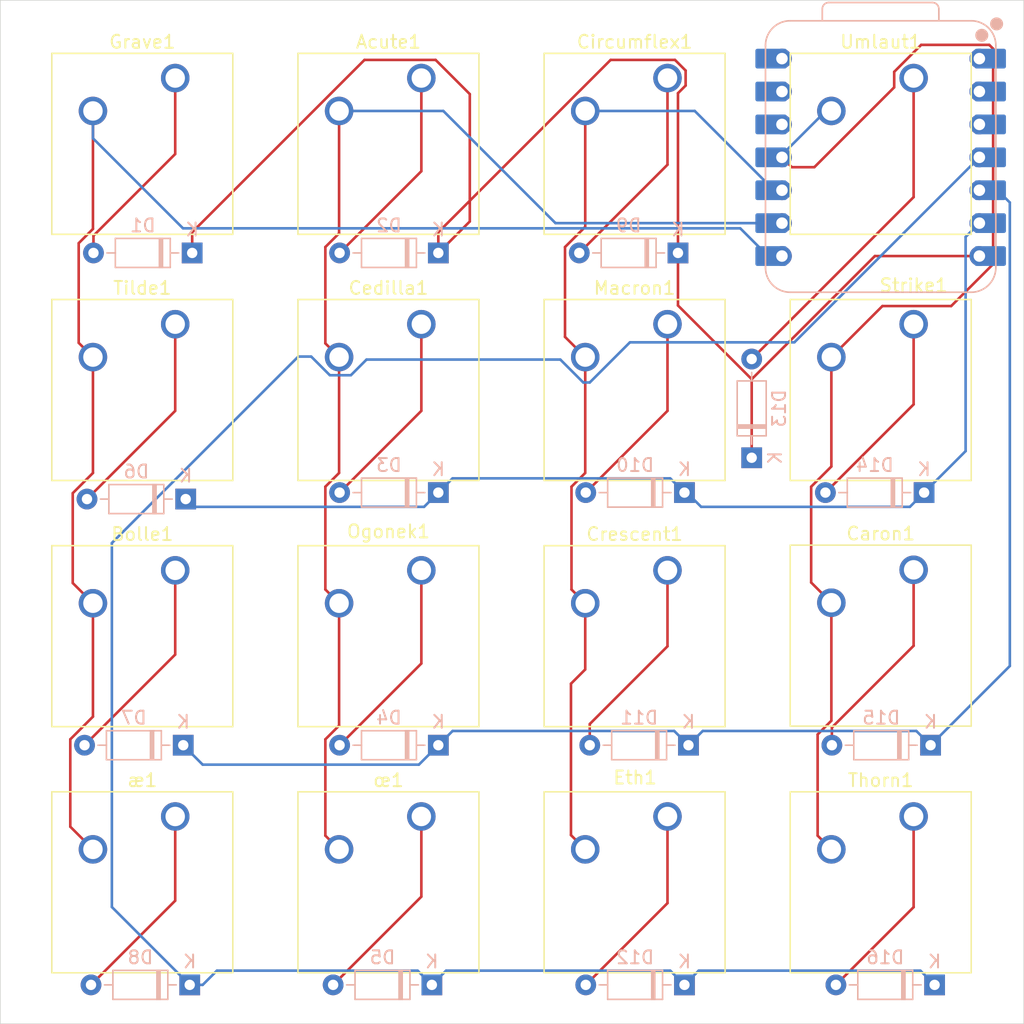
<source format=kicad_pcb>
(kicad_pcb (version 20240108) (generator "pcbnew") (generator_version "8.0")
  (layers (0 "F.Cu" signal) (31 "B.Cu" signal) (34 "B.Paste" user) (35 "F.Paste" user) (36 "B.SilkS" user "B.Silkscreen") (37 "F.SilkS" user "F.Silkscreen") (38 "B.Mask" user) (39 "F.Mask" user) (44 "Edge.Cuts" user))
  (net 0 "")
  (net 1 "Net-(D2-A)")
  (net 2 "Net-(U1-GPIO2_D8_SCK)")
  (net 3 "Net-(D7-A)")
  (net 4 "Net-(U1-GPIO1_D7_CSn_RX)")
  (net 5 "Net-(U1-GPIO3_D10_MOSI)")
  (net 6 "Net-(D15-A)")
  (net 7 "Net-(D3-A)")
  (net 8 "Net-(D9-A)")
  (net 9 "Net-(U1-GPIO4_D9_MISO)")
  (net 10 "Net-(D11-A)")
  (net 11 "Net-(D1-K)")
  (net 12 "Net-(D1-A)")
  (net 13 "Net-(D10-K)")
  (net 14 "Net-(D4-A)")
  (net 15 "Net-(D11-K)")
  (net 16 "Net-(D5-A)")
  (net 17 "Net-(D12-K)")
  (net 18 "Net-(D6-A)")
  (net 19 "Net-(D8-A)")
  (net 20 "Net-(D10-A)")
  (net 21 "Net-(D12-A)")
  (net 22 "Net-(D13-A)")
  (net 23 "Net-(D14-A)")
  (net 24 "Net-(D16-A)")
  (net 28 "GND")
  (footprint "Button_Switch_Keyboard:SW_Cherry_MX_1.00u_PCB" (layer "F.Cu") (at 79.5 57.5)
    (property "Reference" "Macron1" (at -2.54 -2.794 0) (layer "F.SilkS"))
    (property "Value" "SW_Push")
    (pad "" np_thru_hole circle (at -7.62 5.08) (size 1.7 1.7) (drill 1.7) (layers "*.Cu" "*.Mask"))
    (pad "" np_thru_hole circle (at -2.54 5.08) (size 4 4) (drill 4) (layers "*.Cu" "*.Mask"))
    (pad "" np_thru_hole circle (at 2.54 5.08) (size 1.7 1.7) (drill 1.7) (layers "*.Cu" "*.Mask"))
    (pad "1" thru_hole circle (at 0 0) (size 2.2 2.2) (drill 1.5) (layers "*.Cu" "*.Mask") (net 20 "Net-(D10-A)"))
    (pad "2" thru_hole circle (at -6.35 2.54) (size 2.2 2.2) (drill 1.5) (layers "*.Cu" "*.Mask") (net 9 "Net-(U1-GPIO4_D9_MISO)"))
  )
  (footprint "Button_Switch_Keyboard:SW_Cherry_MX_1.00u_PCB" (layer "F.Cu") (at 98.5 95.5)
    (property "Reference" "Thorn1" (at -2.54 -2.794 0) (layer "F.SilkS"))
    (property "Value" "SW_Push")
    (pad "" np_thru_hole circle (at -7.62 5.08) (size 1.7 1.7) (drill 1.7) (layers "*.Cu" "*.Mask"))
    (pad "" np_thru_hole circle (at -2.54 5.08) (size 4 4) (drill 4) (layers "*.Cu" "*.Mask"))
    (pad "" np_thru_hole circle (at 2.54 5.08) (size 1.7 1.7) (drill 1.7) (layers "*.Cu" "*.Mask"))
    (pad "1" thru_hole circle (at 0 0) (size 2.2 2.2) (drill 1.5) (layers "*.Cu" "*.Mask") (net 24 "Net-(D16-A)"))
    (pad "2" thru_hole circle (at -6.35 2.54) (size 2.2 2.2) (drill 1.5) (layers "*.Cu" "*.Mask") (net 5 "Net-(U1-GPIO3_D10_MOSI)"))
  )
  (footprint "Button_Switch_Keyboard:SW_Cherry_MX_1.00u_PCB" (layer "F.Cu") (at 41.5 57.5)
    (property "Reference" "Tilde1" (at -2.54 -2.794 0) (layer "F.SilkS"))
    (property "Value" "SW_Push")
    (pad "" np_thru_hole circle (at -7.62 5.08) (size 1.7 1.7) (drill 1.7) (layers "*.Cu" "*.Mask"))
    (pad "" np_thru_hole circle (at -2.54 5.08) (size 4 4) (drill 4) (layers "*.Cu" "*.Mask"))
    (pad "" np_thru_hole circle (at 2.54 5.08) (size 1.7 1.7) (drill 1.7) (layers "*.Cu" "*.Mask"))
    (pad "1" thru_hole circle (at 0 0) (size 2.2 2.2) (drill 1.5) (layers "*.Cu" "*.Mask") (net 18 "Net-(D6-A)"))
    (pad "2" thru_hole circle (at -6.35 2.54) (size 2.2 2.2) (drill 1.5) (layers "*.Cu" "*.Mask") (net 4 "Net-(U1-GPIO1_D7_CSn_RX)"))
  )
  (footprint "Button_Switch_Keyboard:SW_Cherry_MX_1.00u_PCB" (layer "F.Cu") (at 79.5 38.5)
    (property "Reference" "Circumflex1" (at -2.54 -2.794 0) (layer "F.SilkS"))
    (property "Value" "SW_Push")
    (pad "" np_thru_hole circle (at -7.62 5.08) (size 1.7 1.7) (drill 1.7) (layers "*.Cu" "*.Mask"))
    (pad "" np_thru_hole circle (at -2.54 5.08) (size 4 4) (drill 4) (layers "*.Cu" "*.Mask"))
    (pad "" np_thru_hole circle (at 2.54 5.08) (size 1.7 1.7) (drill 1.7) (layers "*.Cu" "*.Mask"))
    (pad "1" thru_hole circle (at 0 0) (size 2.2 2.2) (drill 1.5) (layers "*.Cu" "*.Mask") (net 8 "Net-(D9-A)"))
    (pad "2" thru_hole circle (at -6.35 2.54) (size 2.2 2.2) (drill 1.5) (layers "*.Cu" "*.Mask") (net 9 "Net-(U1-GPIO4_D9_MISO)"))
  )
  (footprint "Button_Switch_Keyboard:SW_Cherry_MX_1.00u_PCB" (layer "F.Cu") (at 60.5 38.5)
    (property "Reference" "Acute1" (at -2.54 -2.794 0) (layer "F.SilkS"))
    (property "Value" "SW_Push")
    (pad "" np_thru_hole circle (at -7.62 5.08) (size 1.7 1.7) (drill 1.7) (layers "*.Cu" "*.Mask"))
    (pad "" np_thru_hole circle (at -2.54 5.08) (size 4 4) (drill 4) (layers "*.Cu" "*.Mask"))
    (pad "" np_thru_hole circle (at 2.54 5.08) (size 1.7 1.7) (drill 1.7) (layers "*.Cu" "*.Mask"))
    (pad "1" thru_hole circle (at 0 0) (size 2.2 2.2) (drill 1.5) (layers "*.Cu" "*.Mask") (net 1 "Net-(D2-A)"))
    (pad "2" thru_hole circle (at -6.35 2.54) (size 2.2 2.2) (drill 1.5) (layers "*.Cu" "*.Mask") (net 2 "Net-(U1-GPIO2_D8_SCK)"))
  )
  (footprint "Button_Switch_Keyboard:SW_Cherry_MX_1.00u_PCB" (layer "F.Cu") (at 60.5 76.5)
    (property "Reference" "Ogonek1" (at -2.54 -3 0) (layer "F.SilkS"))
    (property "Value" "SW_Push")
    (pad "" np_thru_hole circle (at -7.62 5.08) (size 1.7 1.7) (drill 1.7) (layers "*.Cu" "*.Mask"))
    (pad "" np_thru_hole circle (at -2.54 5.08) (size 4 4) (drill 4) (layers "*.Cu" "*.Mask"))
    (pad "" np_thru_hole circle (at 2.54 5.08) (size 1.7 1.7) (drill 1.7) (layers "*.Cu" "*.Mask"))
    (pad "1" thru_hole circle (at 0 0) (size 2.2 2.2) (drill 1.5) (layers "*.Cu" "*.Mask") (net 14 "Net-(D4-A)"))
    (pad "2" thru_hole circle (at -6.35 2.54) (size 2.2 2.2) (drill 1.5) (layers "*.Cu" "*.Mask") (net 2 "Net-(U1-GPIO2_D8_SCK)"))
  )
  (footprint "Button_Switch_Keyboard:SW_Cherry_MX_1.00u_PCB" (layer "F.Cu") (at 98.5 57.5)
    (property "Reference" "Strike1" (at 0 -3 180) (layer "F.SilkS"))
    (property "Value" "SW_Push")
    (pad "" np_thru_hole circle (at -7.62 5.08) (size 1.7 1.7) (drill 1.7) (layers "*.Cu" "*.Mask"))
    (pad "" np_thru_hole circle (at -2.54 5.08) (size 4 4) (drill 4) (layers "*.Cu" "*.Mask"))
    (pad "" np_thru_hole circle (at 2.54 5.08) (size 1.7 1.7) (drill 1.7) (layers "*.Cu" "*.Mask"))
    (pad "1" thru_hole circle (at 0 0) (size 2.2 2.2) (drill 1.5) (layers "*.Cu" "*.Mask") (net 23 "Net-(D14-A)"))
    (pad "2" thru_hole circle (at -6.35 2.54) (size 2.2 2.2) (drill 1.5) (layers "*.Cu" "*.Mask") (net 5 "Net-(U1-GPIO3_D10_MOSI)"))
  )
  (footprint "Button_Switch_Keyboard:SW_Cherry_MX_1.00u_PCB" (layer "F.Cu") (at 41.5 38.5)
    (property "Reference" "Grave1" (at -2.54 -2.794 0) (layer "F.SilkS"))
    (property "Value" "SW_Push")
    (pad "" np_thru_hole circle (at -7.62 5.08) (size 1.7 1.7) (drill 1.7) (layers "*.Cu" "*.Mask"))
    (pad "" np_thru_hole circle (at -2.54 5.08) (size 4 4) (drill 4) (layers "*.Cu" "*.Mask"))
    (pad "" np_thru_hole circle (at 2.54 5.08) (size 1.7 1.7) (drill 1.7) (layers "*.Cu" "*.Mask"))
    (pad "1" thru_hole circle (at 0 0) (size 2.2 2.2) (drill 1.5) (layers "*.Cu" "*.Mask") (net 12 "Net-(D1-A)"))
    (pad "2" thru_hole circle (at -6.35 2.54) (size 2.2 2.2) (drill 1.5) (layers "*.Cu" "*.Mask") (net 4 "Net-(U1-GPIO1_D7_CSn_RX)"))
  )
  (footprint "Button_Switch_Keyboard:SW_Cherry_MX_1.00u_PCB" (layer "F.Cu") (at 79.5 76.5)
    (property "Reference" "Crescent1" (at -2.54 -2.794 0) (layer "F.SilkS"))
    (property "Value" "SW_Push")
    (pad "" np_thru_hole circle (at -7.62 5.08) (size 1.7 1.7) (drill 1.7) (layers "*.Cu" "*.Mask"))
    (pad "" np_thru_hole circle (at -2.54 5.08) (size 4 4) (drill 4) (layers "*.Cu" "*.Mask"))
    (pad "" np_thru_hole circle (at 2.54 5.08) (size 1.7 1.7) (drill 1.7) (layers "*.Cu" "*.Mask"))
    (pad "1" thru_hole circle (at 0 0) (size 2.2 2.2) (drill 1.5) (layers "*.Cu" "*.Mask") (net 10 "Net-(D11-A)"))
    (pad "2" thru_hole circle (at -6.35 2.54) (size 2.2 2.2) (drill 1.5) (layers "*.Cu" "*.Mask") (net 9 "Net-(U1-GPIO4_D9_MISO)"))
  )
  (footprint "Button_Switch_Keyboard:SW_Cherry_MX_1.00u_PCB" (layer "F.Cu") (at 41.5 76.5)
    (property "Reference" "Bolle1" (at -2.54 -2.794 0) (layer "F.SilkS"))
    (property "Value" "SW_Push")
    (pad "" np_thru_hole circle (at -7.62 5.08) (size 1.7 1.7) (drill 1.7) (layers "*.Cu" "*.Mask"))
    (pad "" np_thru_hole circle (at -2.54 5.08) (size 4 4) (drill 4) (layers "*.Cu" "*.Mask"))
    (pad "" np_thru_hole circle (at 2.54 5.08) (size 1.7 1.7) (drill 1.7) (layers "*.Cu" "*.Mask"))
    (pad "1" thru_hole circle (at 0 0) (size 2.2 2.2) (drill 1.5) (layers "*.Cu" "*.Mask") (net 3 "Net-(D7-A)"))
    (pad "2" thru_hole circle (at -6.35 2.54) (size 2.2 2.2) (drill 1.5) (layers "*.Cu" "*.Mask") (net 4 "Net-(U1-GPIO1_D7_CSn_RX)"))
  )
  (footprint "Button_Switch_Keyboard:SW_Cherry_MX_1.00u_PCB" (layer "F.Cu") (at 98.5 38.5)
    (property "Reference" "Umlaut1" (at -2.54 -2.794 0) (layer "F.SilkS"))
    (property "Value" "SW_Push")
    (pad "" np_thru_hole circle (at -7.62 5.08) (size 1.7 1.7) (drill 1.7) (layers "*.Cu" "*.Mask"))
    (pad "" np_thru_hole circle (at -2.54 5.08) (size 4 4) (drill 4) (layers "*.Cu" "*.Mask"))
    (pad "" np_thru_hole circle (at 2.54 5.08) (size 1.7 1.7) (drill 1.7) (layers "*.Cu" "*.Mask"))
    (pad "1" thru_hole circle (at 0 0) (size 2.2 2.2) (drill 1.5) (layers "*.Cu" "*.Mask") (net 22 "Net-(D13-A)"))
    (pad "2" thru_hole circle (at -6.35 2.54) (size 2.2 2.2) (drill 1.5) (layers "*.Cu" "*.Mask") (net 5 "Net-(U1-GPIO3_D10_MOSI)"))
  )
  (footprint "Button_Switch_Keyboard:SW_Cherry_MX_1.00u_PCB" (layer "F.Cu") (at 98.5 76.46)
    (property "Reference" "Caron1" (at -2.54 -2.794 0) (layer "F.SilkS"))
    (property "Value" "SW_Push")
    (pad "" np_thru_hole circle (at -7.62 5.08) (size 1.7 1.7) (drill 1.7) (layers "*.Cu" "*.Mask"))
    (pad "" np_thru_hole circle (at -2.54 5.08) (size 4 4) (drill 4) (layers "*.Cu" "*.Mask"))
    (pad "" np_thru_hole circle (at 2.54 5.08) (size 1.7 1.7) (drill 1.7) (layers "*.Cu" "*.Mask"))
    (pad "1" thru_hole circle (at 0 0) (size 2.2 2.2) (drill 1.5) (layers "*.Cu" "*.Mask") (net 6 "Net-(D15-A)"))
    (pad "2" thru_hole circle (at -6.35 2.54) (size 2.2 2.2) (drill 1.5) (layers "*.Cu" "*.Mask") (net 5 "Net-(U1-GPIO3_D10_MOSI)"))
  )
  (footprint "Button_Switch_Keyboard:SW_Cherry_MX_1.00u_PCB" (layer "F.Cu") (at 60.5 57.5)
    (property "Reference" "Cedilla1" (at -2.54 -2.794 0) (layer "F.SilkS"))
    (property "Value" "SW_Push")
    (pad "" np_thru_hole circle (at -7.62 5.08) (size 1.7 1.7) (drill 1.7) (layers "*.Cu" "*.Mask"))
    (pad "" np_thru_hole circle (at -2.54 5.08) (size 4 4) (drill 4) (layers "*.Cu" "*.Mask"))
    (pad "" np_thru_hole circle (at 2.54 5.08) (size 1.7 1.7) (drill 1.7) (layers "*.Cu" "*.Mask"))
    (pad "1" thru_hole circle (at 0 0) (size 2.2 2.2) (drill 1.5) (layers "*.Cu" "*.Mask") (net 7 "Net-(D3-A)"))
    (pad "2" thru_hole circle (at -6.35 2.54) (size 2.2 2.2) (drill 1.5) (layers "*.Cu" "*.Mask") (net 2 "Net-(U1-GPIO2_D8_SCK)"))
  )
  (footprint "Button_Switch_Keyboard:SW_Cherry_MX_1.00u_PCB" (layer "F.Cu") (at 60.5 95.5)
    (property "Reference" "œ1" (at -2.54 -2.794 0) (layer "F.SilkS"))
    (property "Value" "SW_Push")
    (pad "" np_thru_hole circle (at -7.62 5.08) (size 1.7 1.7) (drill 1.7) (layers "*.Cu" "*.Mask"))
    (pad "" np_thru_hole circle (at -2.54 5.08) (size 4 4) (drill 4) (layers "*.Cu" "*.Mask"))
    (pad "" np_thru_hole circle (at 2.54 5.08) (size 1.7 1.7) (drill 1.7) (layers "*.Cu" "*.Mask"))
    (pad "1" thru_hole circle (at 0 0) (size 2.2 2.2) (drill 1.5) (layers "*.Cu" "*.Mask") (net 16 "Net-(D5-A)"))
    (pad "2" thru_hole circle (at -6.35 2.54) (size 2.2 2.2) (drill 1.5) (layers "*.Cu" "*.Mask") (net 2 "Net-(U1-GPIO2_D8_SCK)"))
  )
  (footprint "Button_Switch_Keyboard:SW_Cherry_MX_1.00u_PCB" (layer "F.Cu") (at 41.5 95.5)
    (property "Reference" "æ1" (at -2.54 -2.794 0) (layer "F.SilkS"))
    (property "Value" "SW_Push")
    (pad "" np_thru_hole circle (at -7.62 5.08) (size 1.7 1.7) (drill 1.7) (layers "*.Cu" "*.Mask"))
    (pad "" np_thru_hole circle (at -2.54 5.08) (size 4 4) (drill 4) (layers "*.Cu" "*.Mask"))
    (pad "" np_thru_hole circle (at 2.54 5.08) (size 1.7 1.7) (drill 1.7) (layers "*.Cu" "*.Mask"))
    (pad "1" thru_hole circle (at 0 0) (size 2.2 2.2) (drill 1.5) (layers "*.Cu" "*.Mask") (net 19 "Net-(D8-A)"))
    (pad "2" thru_hole circle (at -6.35 2.54) (size 2.2 2.2) (drill 1.5) (layers "*.Cu" "*.Mask") (net 4 "Net-(U1-GPIO1_D7_CSn_RX)"))
  )
  (footprint "Button_Switch_Keyboard:SW_Cherry_MX_1.00u_PCB" (layer "F.Cu") (at 79.5 95.5)
    (property "Reference" "Eth1" (at -2.5 -3 0) (layer "F.SilkS"))
    (property "Value" "SW_Push")
    (pad "" np_thru_hole circle (at -7.62 5.08) (size 1.7 1.7) (drill 1.7) (layers "*.Cu" "*.Mask"))
    (pad "" np_thru_hole circle (at -2.54 5.08) (size 4 4) (drill 4) (layers "*.Cu" "*.Mask"))
    (pad "" np_thru_hole circle (at 2.54 5.08) (size 1.7 1.7) (drill 1.7) (layers "*.Cu" "*.Mask"))
    (pad "1" thru_hole circle (at 0 0) (size 2.2 2.2) (drill 1.5) (layers "*.Cu" "*.Mask") (net 21 "Net-(D12-A)"))
    (pad "2" thru_hole circle (at -6.35 2.54) (size 2.2 2.2) (drill 1.5) (layers "*.Cu" "*.Mask") (net 9 "Net-(U1-GPIO4_D9_MISO)"))
  )
  (footprint "Diode_THT:D_DO-35_SOD27_P7.62mm_Horizontal" (layer "B.Cu") (at 61.31 108.5 180)
    (property "Reference" "D5" (at 3.81 2.12 0) (layer "B.SilkS") (effects (justify mirror)))
    (property "Value" "1N4148")
    (fp_text user "K" (at 0 1.8 0) (layer "B.SilkS") (effects (justify mirror)))
    (pad "1" thru_hole rect (at 0 0 180) (size 1.6 1.6) (drill 0.8) (layers "*.Cu" "*.Mask") (net 17 "Net-(D12-K)"))
    (pad "2" thru_hole oval (at 7.62 0 180) (size 1.6 1.6) (drill 0.8) (layers "*.Cu" "*.Mask") (net 16 "Net-(D5-A)"))
  )
  (footprint "Diode_THT:D_DO-35_SOD27_P7.62mm_Horizontal" (layer "B.Cu") (at 42.81 52 180)
    (property "Reference" "D1" (at 3.81 2.12 0) (layer "B.SilkS") (effects (justify mirror)))
    (property "Value" "1N4148")
    (fp_text user "K" (at 0 1.8 0) (layer "B.SilkS") (effects (justify mirror)))
    (pad "1" thru_hole rect (at 0 0 180) (size 1.6 1.6) (drill 0.8) (layers "*.Cu" "*.Mask") (net 11 "Net-(D1-K)"))
    (pad "2" thru_hole oval (at 7.62 0 180) (size 1.6 1.6) (drill 0.8) (layers "*.Cu" "*.Mask") (net 12 "Net-(D1-A)"))
  )
  (footprint "Diode_THT:D_DO-35_SOD27_P7.62mm_Horizontal" (layer "B.Cu") (at 99.81 90 180)
    (property "Reference" "D15" (at 3.81 2.12 0) (layer "B.SilkS") (effects (justify mirror)))
    (property "Value" "1N4148")
    (fp_text user "K" (at 0 1.8 0) (layer "B.SilkS") (effects (justify mirror)))
    (pad "1" thru_hole rect (at 0 0 180) (size 1.6 1.6) (drill 0.8) (layers "*.Cu" "*.Mask") (net 15 "Net-(D11-K)"))
    (pad "2" thru_hole oval (at 7.62 0 180) (size 1.6 1.6) (drill 0.8) (layers "*.Cu" "*.Mask") (net 6 "Net-(D15-A)"))
  )
  (footprint "Diode_THT:D_DO-35_SOD27_P7.62mm_Horizontal" (layer "B.Cu") (at 86 67.81 90)
    (property "Reference" "D13" (at 3.81 2.12 90) (layer "B.SilkS") (effects (justify mirror)))
    (property "Value" "1N4148")
    (fp_text user "K" (at 0 1.8 90) (layer "B.SilkS") (effects (justify mirror)))
    (pad "1" thru_hole rect (at 0 0 90) (size 1.6 1.6) (drill 0.8) (layers "*.Cu" "*.Mask") (net 11 "Net-(D1-K)"))
    (pad "2" thru_hole oval (at 7.62 0 90) (size 1.6 1.6) (drill 0.8) (layers "*.Cu" "*.Mask") (net 22 "Net-(D13-A)"))
  )
  (footprint "Seeed Studio XIAO Series Library:XIAO-RP2040-DIP" (layer "B.Cu") (at 95.955 44.62 180)
    (property "Reference" "U1" (hide yes))
    (property "Value" "XIAO-RP2040-SMD")
    (pad "1" smd roundrect (at -8.455 7.62) (size 2.432 1.524) (layers "B.Cu" "B.Mask") (roundrect_rratio 0.1))
    (pad "1" thru_hole circle (at -7.62 7.62) (size 1.524 1.524) (drill 0.889) (layers "*.Cu" "*.Mask"))
    (pad "2" smd roundrect (at -8.455 5.08) (size 2.432 1.524) (layers "B.Cu" "B.Mask") (roundrect_rratio 0.1))
    (pad "2" thru_hole circle (at -7.62 5.08) (size 1.524 1.524) (drill 0.889) (layers "*.Cu" "*.Mask"))
    (pad "3" smd roundrect (at -8.455 2.54) (size 2.432 1.524) (layers "B.Cu" "B.Mask") (roundrect_rratio 0.1))
    (pad "3" thru_hole circle (at -7.62 2.54) (size 1.524 1.524) (drill 0.889) (layers "*.Cu" "*.Mask"))
    (pad "4" smd roundrect (at -8.455 0) (size 2.432 1.524) (layers "B.Cu" "B.Mask") (roundrect_rratio 0.1) (net 17 "Net-(D12-K)"))
    (pad "4" thru_hole circle (at -7.62 0) (size 1.524 1.524) (drill 0.889) (layers "*.Cu" "*.Mask") (net 17 "Net-(D12-K)"))
    (pad "5" smd roundrect (at -8.455 -2.54) (size 2.432 1.524) (layers "B.Cu" "B.Mask") (roundrect_rratio 0.1) (net 15 "Net-(D11-K)"))
    (pad "5" thru_hole circle (at -7.62 -2.54) (size 1.524 1.524) (drill 0.889) (layers "*.Cu" "*.Mask") (net 15 "Net-(D11-K)"))
    (pad "6" smd roundrect (at -8.455 -5.08) (size 2.432 1.524) (layers "B.Cu" "B.Mask") (roundrect_rratio 0.1) (net 13 "Net-(D10-K)"))
    (pad "6" thru_hole circle (at -7.62 -5.08) (size 1.524 1.524) (drill 0.889) (layers "*.Cu" "*.Mask") (net 13 "Net-(D10-K)"))
    (pad "7" smd roundrect (at -8.455 -7.62) (size 2.432 1.524) (layers "B.Cu" "B.Mask") (roundrect_rratio 0.1) (net 11 "Net-(D1-K)"))
    (pad "7" thru_hole circle (at -7.62 -7.62) (size 1.524 1.524) (drill 0.889) (layers "*.Cu" "*.Mask") (net 11 "Net-(D1-K)"))
    (pad "8" thru_hole circle (at 7.62 -7.62 180) (size 1.524 1.524) (drill 0.889) (layers "*.Cu" "*.Mask") (net 4 "Net-(U1-GPIO1_D7_CSn_RX)"))
    (pad "8" smd roundrect (at 8.455 -7.62 180) (size 2.432 1.524) (layers "B.Cu" "B.Mask") (roundrect_rratio 0.1) (net 4 "Net-(U1-GPIO1_D7_CSn_RX)"))
    (pad "9" thru_hole circle (at 7.62 -5.08 180) (size 1.524 1.524) (drill 0.889) (layers "*.Cu" "*.Mask") (net 2 "Net-(U1-GPIO2_D8_SCK)"))
    (pad "9" smd roundrect (at 8.455 -5.08 180) (size 2.432 1.524) (layers "B.Cu" "B.Mask") (roundrect_rratio 0.1) (net 2 "Net-(U1-GPIO2_D8_SCK)"))
    (pad "10" thru_hole circle (at 7.62 -2.54 180) (size 1.524 1.524) (drill 0.889) (layers "*.Cu" "*.Mask") (net 9 "Net-(U1-GPIO4_D9_MISO)"))
    (pad "10" smd roundrect (at 8.455 -2.54 180) (size 2.432 1.524) (layers "B.Cu" "B.Mask") (roundrect_rratio 0.1) (net 9 "Net-(U1-GPIO4_D9_MISO)"))
    (pad "11" thru_hole circle (at 7.62 0 180) (size 1.524 1.524) (drill 0.889) (layers "*.Cu" "*.Mask") (net 5 "Net-(U1-GPIO3_D10_MOSI)"))
    (pad "11" smd roundrect (at 8.455 0 180) (size 2.432 1.524) (layers "B.Cu" "B.Mask") (roundrect_rratio 0.1) (net 5 "Net-(U1-GPIO3_D10_MOSI)"))
    (pad "12" thru_hole circle (at 7.62 2.54 180) (size 1.524 1.524) (drill 0.889) (layers "*.Cu" "*.Mask"))
    (pad "12" smd roundrect (at 8.455 2.54 180) (size 2.432 1.524) (layers "B.Cu" "B.Mask") (roundrect_rratio 0.1))
    (pad "13" thru_hole circle (at 7.62 5.08 180) (size 1.524 1.524) (drill 0.889) (layers "*.Cu" "*.Mask") (net 28 "GND"))
    (pad "13" smd roundrect (at 8.455 5.08 180) (size 2.432 1.524) (layers "B.Cu" "B.Mask") (roundrect_rratio 0.1) (net 28 "GND"))
    (pad "14" thru_hole circle (at 7.62 7.62 180) (size 1.524 1.524) (drill 0.889) (layers "*.Cu" "*.Mask"))
    (pad "14" smd roundrect (at 8.455 7.62 180) (size 2.432 1.524) (layers "B.Cu" "B.Mask") (roundrect_rratio 0.1))
  )
  (footprint "Diode_THT:D_DO-35_SOD27_P7.62mm_Horizontal" (layer "B.Cu") (at 80.81 70.5 180)
    (property "Reference" "D10" (at 3.81 2.12 0) (layer "B.SilkS") (effects (justify mirror)))
    (property "Value" "1N4148")
    (fp_text user "K" (at 0 1.8 0) (layer "B.SilkS") (effects (justify mirror)))
    (pad "1" thru_hole rect (at 0 0 180) (size 1.6 1.6) (drill 0.8) (layers "*.Cu" "*.Mask") (net 13 "Net-(D10-K)"))
    (pad "2" thru_hole oval (at 7.62 0 180) (size 1.6 1.6) (drill 0.8) (layers "*.Cu" "*.Mask") (net 20 "Net-(D10-A)"))
  )
  (footprint "Diode_THT:D_DO-35_SOD27_P7.62mm_Horizontal" (layer "B.Cu") (at 61.81 90 180)
    (property "Reference" "D4" (at 3.81 2.12 0) (layer "B.SilkS") (effects (justify mirror)))
    (property "Value" "1N4148")
    (fp_text user "K" (at 0 1.8 0) (layer "B.SilkS") (effects (justify mirror)))
    (pad "1" thru_hole rect (at 0 0 180) (size 1.6 1.6) (drill 0.8) (layers "*.Cu" "*.Mask") (net 15 "Net-(D11-K)"))
    (pad "2" thru_hole oval (at 7.62 0 180) (size 1.6 1.6) (drill 0.8) (layers "*.Cu" "*.Mask") (net 14 "Net-(D4-A)"))
  )
  (footprint "Diode_THT:D_DO-35_SOD27_P7.62mm_Horizontal" (layer "B.Cu") (at 99.31 70.5 180)
    (property "Reference" "D14" (at 3.81 2.12 0) (layer "B.SilkS") (effects (justify mirror)))
    (property "Value" "1N4148")
    (fp_text user "K" (at -0.000004 1.8 0) (layer "B.SilkS") (effects (justify mirror)))
    (pad "1" thru_hole rect (at 0 0 180) (size 1.6 1.6) (drill 0.8) (layers "*.Cu" "*.Mask") (net 13 "Net-(D10-K)"))
    (pad "2" thru_hole oval (at 7.62 0 180) (size 1.6 1.6) (drill 0.8) (layers "*.Cu" "*.Mask") (net 23 "Net-(D14-A)"))
  )
  (footprint "Diode_THT:D_DO-35_SOD27_P7.62mm_Horizontal" (layer "B.Cu") (at 61.81 52 180)
    (property "Reference" "D2" (at 3.81 2.12 0) (layer "B.SilkS") (effects (justify mirror)))
    (property "Value" "1N4148")
    (fp_text user "K" (at 0 1.8 0) (layer "B.SilkS") (effects (justify mirror)))
    (pad "1" thru_hole rect (at 0 0 180) (size 1.6 1.6) (drill 0.8) (layers "*.Cu" "*.Mask") (net 11 "Net-(D1-K)"))
    (pad "2" thru_hole oval (at 7.62 0 180) (size 1.6 1.6) (drill 0.8) (layers "*.Cu" "*.Mask") (net 1 "Net-(D2-A)"))
  )
  (footprint "Diode_THT:D_DO-35_SOD27_P7.62mm_Horizontal" (layer "B.Cu") (at 100.12 108.5 180)
    (property "Reference" "D16" (at 3.81 2.12 0) (layer "B.SilkS") (effects (justify mirror)))
    (property "Value" "1N4148")
    (fp_text user "K" (at 0 1.8 0) (layer "B.SilkS") (effects (justify mirror)))
    (pad "1" thru_hole rect (at 0 0 180) (size 1.6 1.6) (drill 0.8) (layers "*.Cu" "*.Mask") (net 17 "Net-(D12-K)"))
    (pad "2" thru_hole oval (at 7.62 0 180) (size 1.6 1.6) (drill 0.8) (layers "*.Cu" "*.Mask") (net 24 "Net-(D16-A)"))
  )
  (footprint "Diode_THT:D_DO-35_SOD27_P7.62mm_Horizontal" (layer "B.Cu") (at 42.31 71 180)
    (property "Reference" "D6" (at 3.81 2.12 0) (layer "B.SilkS") (effects (justify mirror)))
    (property "Value" "1N4148")
    (fp_text user "K" (at 0 1.8 0) (layer "B.SilkS") (effects (justify mirror)))
    (pad "1" thru_hole rect (at 0 0 180) (size 1.6 1.6) (drill 0.8) (layers "*.Cu" "*.Mask") (net 13 "Net-(D10-K)"))
    (pad "2" thru_hole oval (at 7.62 0 180) (size 1.6 1.6) (drill 0.8) (layers "*.Cu" "*.Mask") (net 18 "Net-(D6-A)"))
  )
  (footprint "Diode_THT:D_DO-35_SOD27_P7.62mm_Horizontal" (layer "B.Cu") (at 80.31 52 180)
    (property "Reference" "D9" (at 3.81 2.12 0) (layer "B.SilkS") (effects (justify mirror)))
    (property "Value" "1N4148")
    (fp_text user "K" (at 0 1.8 0) (layer "B.SilkS") (effects (justify mirror)))
    (pad "1" thru_hole rect (at 0 0 180) (size 1.6 1.6) (drill 0.8) (layers "*.Cu" "*.Mask") (net 11 "Net-(D1-K)"))
    (pad "2" thru_hole oval (at 7.62 0 180) (size 1.6 1.6) (drill 0.8) (layers "*.Cu" "*.Mask") (net 8 "Net-(D9-A)"))
  )
  (footprint "Diode_THT:D_DO-35_SOD27_P7.62mm_Horizontal" (layer "B.Cu") (at 61.81 70.5 180)
    (property "Reference" "D3" (at 3.81 2.12 0) (layer "B.SilkS") (effects (justify mirror)))
    (property "Value" "1N4148")
    (fp_text user "K" (at 0 1.8 0) (layer "B.SilkS") (effects (justify mirror)))
    (pad "1" thru_hole rect (at 0 0 180) (size 1.6 1.6) (drill 0.8) (layers "*.Cu" "*.Mask") (net 13 "Net-(D10-K)"))
    (pad "2" thru_hole oval (at 7.62 0 180) (size 1.6 1.6) (drill 0.8) (layers "*.Cu" "*.Mask") (net 7 "Net-(D3-A)"))
  )
  (footprint "Diode_THT:D_DO-35_SOD27_P7.62mm_Horizontal" (layer "B.Cu") (at 42.12 90 180)
    (property "Reference" "D7" (at 3.81 2.12 0) (layer "B.SilkS") (effects (justify mirror)))
    (property "Value" "1N4148")
    (fp_text user "K" (at 0 1.8 0) (layer "B.SilkS") (effects (justify mirror)))
    (pad "1" thru_hole rect (at 0 0 180) (size 1.6 1.6) (drill 0.8) (layers "*.Cu" "*.Mask") (net 15 "Net-(D11-K)"))
    (pad "2" thru_hole oval (at 7.62 0 180) (size 1.6 1.6) (drill 0.8) (layers "*.Cu" "*.Mask") (net 3 "Net-(D7-A)"))
  )
  (footprint "Diode_THT:D_DO-35_SOD27_P7.62mm_Horizontal" (layer "B.Cu") (at 81.12 90 180)
    (property "Reference" "D11" (at 3.81 2.12 0) (layer "B.SilkS") (effects (justify mirror)))
    (property "Value" "1N4148")
    (fp_text user "K" (at 0 1.8 0) (layer "B.SilkS") (effects (justify mirror)))
    (pad "1" thru_hole rect (at 0 0 180) (size 1.6 1.6) (drill 0.8) (layers "*.Cu" "*.Mask") (net 15 "Net-(D11-K)"))
    (pad "2" thru_hole oval (at 7.62 0 180) (size 1.6 1.6) (drill 0.8) (layers "*.Cu" "*.Mask") (net 10 "Net-(D11-A)"))
  )
  (footprint "Diode_THT:D_DO-35_SOD27_P7.62mm_Horizontal" (layer "B.Cu") (at 42.62 108.5 180)
    (property "Reference" "D8" (at 3.81 2.12 0) (layer "B.SilkS") (effects (justify mirror)))
    (property "Value" "1N4148")
    (fp_text user "K" (at 0 1.8 0) (layer "B.SilkS") (effects (justify mirror)))
    (pad "1" thru_hole rect (at 0 0 180) (size 1.6 1.6) (drill 0.8) (layers "*.Cu" "*.Mask") (net 17 "Net-(D12-K)"))
    (pad "2" thru_hole oval (at 7.62 0 180) (size 1.6 1.6) (drill 0.8) (layers "*.Cu" "*.Mask") (net 19 "Net-(D8-A)"))
  )
  (footprint "Diode_THT:D_DO-35_SOD27_P7.62mm_Horizontal" (layer "B.Cu") (at 80.81 108.5 180)
    (property "Reference" "D12" (at 3.81 2.12 0) (layer "B.SilkS") (effects (justify mirror)))
    (property "Value" "1N4148")
    (fp_text user "K" (at 0 1.8 0) (layer "B.SilkS") (effects (justify mirror)))
    (pad "1" thru_hole rect (at 0 0 180) (size 1.6 1.6) (drill 0.8) (layers "*.Cu" "*.Mask") (net 17 "Net-(D12-K)"))
    (pad "2" thru_hole oval (at 7.62 0 180) (size 1.6 1.6) (drill 0.8) (layers "*.Cu" "*.Mask") (net 21 "Net-(D12-A)"))
  )
  (gr_rect (start 28 32.5) (end 107 111.5) (stroke (width 0.05)) (fill none) (layer "Edge.Cuts"))
  (segment (start 60.5 38.5) (end 60.5 45.69) (width 0.2) (layer "F.Cu") (net 1))
  (segment (start 60.5 45.69) (end 54.19 52) (width 0.2) (layer "F.Cu") (net 1))
  (segment (start 53.09 58.98) (end 54.15 60.04) (width 0.2) (layer "F.Cu") (net 2))
  (segment (start 54.15 41.04) (end 54.15 50.484365) (width 0.2) (layer "F.Cu") (net 2))
  (segment (start 53.09 70.044365) (end 53.09 77.98) (width 0.2) (layer "F.Cu") (net 2))
  (segment (start 53.09 51.544365) (end 53.09 58.98) (width 0.2) (layer "F.Cu") (net 2))
  (segment (start 54.15 50.484365) (end 53.09 51.544365) (width 0.2) (layer "F.Cu") (net 2))
  (segment (start 54.15 79.04) (end 54.15 88.484365) (width 0.2) (layer "F.Cu") (net 2))
  (segment (start 53.09 89.544365) (end 53.09 96.98) (width 0.2) (layer "F.Cu") (net 2))
  (segment (start 54.15 68.984365) (end 53.09 70.044365) (width 0.2) (layer "F.Cu") (net 2))
  (segment (start 54.15 88.484365) (end 53.09 89.544365) (width 0.2) (layer "F.Cu") (net 2))
  (segment (start 54.15 60.04) (end 54.15 68.984365) (width 0.2) (layer "F.Cu") (net 2))
  (segment (start 53.09 96.98) (end 54.15 98.04) (width 0.2) (layer "F.Cu") (net 2))
  (segment (start 53.09 77.98) (end 54.15 79.04) (width 0.2) (layer "F.Cu") (net 2))
  (segment (start 70.857056 49.7) (end 62.197056 41.04) (width 0.2) (layer "B.Cu") (net 2))
  (segment (start 62.197056 41.04) (end 54.15 41.04) (width 0.2) (layer "B.Cu") (net 2))
  (segment (start 88.335 49.7) (end 70.857056 49.7) (width 0.2) (layer "B.Cu") (net 2))
  (segment (start 41.5 83) (end 34.5 90) (width 0.2) (layer "F.Cu") (net 3))
  (segment (start 41.5 76.5) (end 41.5 83) (width 0.2) (layer "F.Cu") (net 3))
  (segment (start 35.15 41.04) (end 35.15 50.147716) (width 0.2) (layer "F.Cu") (net 4))
  (segment (start 35.15 60.04) (end 35.15 68.984365) (width 0.2) (layer "F.Cu") (net 4))
  (segment (start 33.59 70.544365) (end 33.59 77.48) (width 0.2) (layer "F.Cu") (net 4))
  (segment (start 35.15 87.794365) (end 33.4 89.544365) (width 0.2) (layer "F.Cu") (net 4))
  (segment (start 34.050001 51.247715) (end 34.050001 58.940001) (width 0.2) (layer "F.Cu") (net 4))
  (segment (start 34.050001 58.940001) (end 35.15 60.04) (width 0.2) (layer "F.Cu") (net 4))
  (segment (start 35.15 79.04) (end 35.15 87.794365) (width 0.2) (layer "F.Cu") (net 4))
  (segment (start 33.59 77.48) (end 35.15 79.04) (width 0.2) (layer "F.Cu") (net 4))
  (segment (start 35.15 68.984365) (end 33.59 70.544365) (width 0.2) (layer "F.Cu") (net 4))
  (segment (start 33.4 96.29) (end 35.15 98.04) (width 0.2) (layer "F.Cu") (net 4))
  (segment (start 35.15 50.147716) (end 34.050001 51.247715) (width 0.2) (layer "F.Cu") (net 4))
  (segment (start 33.4 89.544365) (end 33.4 96.29) (width 0.2) (layer "F.Cu") (net 4))
  (segment (start 85.11737 50.1) (end 42.1 50.1) (width 0.2) (layer "B.Cu") (net 4))
  (segment (start 35.15 43.15) (end 35.15 41.04) (width 0.2) (layer "B.Cu") (net 4))
  (segment (start 42.1 50.1) (end 35.15 43.15) (width 0.2) (layer "B.Cu") (net 4))
  (segment (start 88.335 52.24) (end 87.25737 52.24) (width 0.2) (layer "B.Cu") (net 4))
  (segment (start 87.25737 52.24) (end 85.11737 50.1) (width 0.2) (layer "B.Cu") (net 4))
  (segment (start 92.15 60.04) (end 92.15 68.484365) (width 0.2) (layer "F.Cu") (net 5))
  (segment (start 92.15 68.484365) (end 90.59 70.044365) (width 0.2) (layer "F.Cu") (net 5))
  (segment (start 91.09 89.167716) (end 91.09 96.98) (width 0.2) (layer "F.Cu") (net 5))
  (segment (start 89.096999 45.381999) (end 90.834599 45.381999) (width 0.2) (layer "F.Cu") (net 5))
  (segment (start 96.09 56.1) (end 92.15 60.04) (width 0.2) (layer "F.Cu") (net 5))
  (segment (start 90.59 77.44) (end 92.15 79) (width 0.2) (layer "F.Cu") (net 5))
  (segment (start 92.15 79) (end 92.15 88.107716) (width 0.2) (layer "F.Cu") (net 5))
  (segment (start 99.082101 35.938) (end 104.338 35.938) (width 0.2) (layer "F.Cu") (net 5))
  (segment (start 97 39.216598) (end 97 38.020101) (width 0.2) (layer "F.Cu") (net 5))
  (segment (start 97 38.020101) (end 99.082101 35.938) (width 0.2) (layer "F.Cu") (net 5))
  (segment (start 104.637 52.863) (end 101.4 56.1) (width 0.2) (layer "F.Cu") (net 5))
  (segment (start 90.59 70.044365) (end 90.59 77.44) (width 0.2) (layer "F.Cu") (net 5))
  (segment (start 91.09 96.98) (end 92.15 98.04) (width 0.2) (layer "F.Cu") (net 5))
  (segment (start 104.338 35.938) (end 104.637 36.237) (width 0.2) (layer "F.Cu") (net 5))
  (segment (start 92.15 88.107716) (end 91.09 89.167716) (width 0.2) (layer "F.Cu") (net 5))
  (segment (start 90.834599 45.381999) (end 97 39.216598) (width 0.2) (layer "F.Cu") (net 5))
  (segment (start 104.637 36.237) (end 104.637 52.863) (width 0.2) (layer "F.Cu") (net 5))
  (segment (start 101.4 56.1) (end 96.09 56.1) (width 0.2) (layer "F.Cu") (net 5))
  (segment (start 88.335 44.62) (end 89.096999 45.381999) (width 0.2) (layer "F.Cu") (net 5))
  (segment (start 88.335 44.427944) (end 91.722944 41.04) (width 0.2) (layer "B.Cu") (net 5))
  (segment (start 91.722944 41.04) (end 92.15 41.04) (width 0.2) (layer "B.Cu") (net 5))
  (segment (start 88.335 44.62) (end 88.335 44.427944) (width 0.2) (layer "B.Cu") (net 5))
  (segment (start 92.19 88.633402) (end 92.19 90) (width 0.2) (layer "F.Cu") (net 6))
  (segment (start 98.5 82.323402) (end 92.19 88.633402) (width 0.2) (layer "F.Cu") (net 6))
  (segment (start 98.5 76.46) (end 98.5 82.323402) (width 0.2) (layer "F.Cu") (net 6))
  (segment (start 60.5 64.19) (end 54.19 70.5) (width 0.2) (layer "F.Cu") (net 7))
  (segment (start 60.5 57.5) (end 60.5 64.19) (width 0.2) (layer "F.Cu") (net 7))
  (segment (start 79.5 45.19) (end 72.69 52) (width 0.2) (layer "F.Cu") (net 8))
  (segment (start 79.5 38.5) (end 79.5 45.19) (width 0.2) (layer "F.Cu") (net 8))
  (segment (start 71.59 58.48) (end 73.15 60.04) (width 0.2) (layer "F.Cu") (net 9))
  (segment (start 73.15 79.04) (end 73.15 84.15) (width 0.2) (layer "F.Cu") (net 9))
  (segment (start 72.09 70.044365) (end 72.09 77.98) (width 0.2) (layer "F.Cu") (net 9))
  (segment (start 73.15 68.984365) (end 72.09 70.044365) (width 0.2) (layer "F.Cu") (net 9))
  (segment (start 73.15 84.15) (end 72.050001 85.249999) (width 0.2) (layer "F.Cu") (net 9))
  (segment (start 71.59 51.544365) (end 71.59 58.48) (width 0.2) (layer "F.Cu") (net 9))
  (segment (start 73.15 41.04) (end 73.15 49.984365) (width 0.2) (layer "F.Cu") (net 9))
  (segment (start 73.15 49.984365) (end 71.59 51.544365) (width 0.2) (layer "F.Cu") (net 9))
  (segment (start 72.050001 96.940001) (end 73.15 98.04) (width 0.2) (layer "F.Cu") (net 9))
  (segment (start 72.050001 85.249999) (end 72.050001 96.940001) (width 0.2) (layer "F.Cu") (net 9))
  (segment (start 72.09 77.98) (end 73.15 79.04) (width 0.2) (layer "F.Cu") (net 9))
  (segment (start 73.15 60.04) (end 73.15 68.984365) (width 0.2) (layer "F.Cu") (net 9))
  (segment (start 87.722786 47.16) (end 81.602786 41.04) (width 0.2) (layer "B.Cu") (net 9))
  (segment (start 81.602786 41.04) (end 73.15 41.04) (width 0.2) (layer "B.Cu") (net 9))
  (segment (start 88.335 47.16) (end 87.722786 47.16) (width 0.2) (layer "B.Cu") (net 9))
  (segment (start 79.5 82.363402) (end 73.5 88.363402) (width 0.2) (layer "F.Cu") (net 10))
  (segment (start 73.5 88.363402) (end 73.5 90) (width 0.2) (layer "F.Cu") (net 10))
  (segment (start 79.5 76.5) (end 79.5 82.363402) (width 0.2) (layer "F.Cu") (net 10))
  (segment (start 80.31 56.055635) (end 80.31 52) (width 0.2) (layer "F.Cu") (net 11))
  (segment (start 86 67.81) (end 86 61.745635) (width 0.2) (layer "F.Cu") (net 11))
  (segment (start 80.9 37.920101) (end 80.9 39.079899) (width 0.2) (layer "F.Cu") (net 11))
  (segment (start 61.81 50.400101) (end 75.110101 37.1) (width 0.2) (layer "F.Cu") (net 11))
  (segment (start 64.24 39.74) (end 64.24 49.57) (width 0.2) (layer "F.Cu") (net 11))
  (segment (start 61.6 37.1) (end 64.24 39.74) (width 0.2) (layer "F.Cu") (net 11))
  (segment (start 80.31 39.669899) (end 80.31 52) (width 0.2) (layer "F.Cu") (net 11))
  (segment (start 64.24 49.57) (end 61.81 52) (width 0.2) (layer "F.Cu") (net 11))
  (segment (start 86 61.745635) (end 80.31 56.055635) (width 0.2) (layer "F.Cu") (net 11))
  (segment (start 80.079899 37.1) (end 80.9 37.920101) (width 0.2) (layer "F.Cu") (net 11))
  (segment (start 80.9 39.079899) (end 80.31 39.669899) (width 0.2) (layer "F.Cu") (net 11))
  (segment (start 75.110101 37.1) (end 80.079899 37.1) (width 0.2) (layer "F.Cu") (net 11))
  (segment (start 42.81 50.400101) (end 56.110101 37.1) (width 0.2) (layer "F.Cu") (net 11))
  (segment (start 42.81 52) (end 42.81 50.400101) (width 0.2) (layer "F.Cu") (net 11))
  (segment (start 95.505635 52.24) (end 86 61.745635) (width 0.2) (layer "F.Cu") (net 11))
  (segment (start 103.575 52.24) (end 95.505635 52.24) (width 0.2) (layer "F.Cu") (net 11))
  (segment (start 56.110101 37.1) (end 61.6 37.1) (width 0.2) (layer "F.Cu") (net 11))
  (segment (start 61.81 52) (end 61.81 50.400101) (width 0.2) (layer "F.Cu") (net 11))
  (segment (start 41.5 44.363402) (end 35.19 50.673402) (width 0.2) (layer "F.Cu") (net 12))
  (segment (start 41.5 38.5) (end 41.5 44.363402) (width 0.2) (layer "F.Cu") (net 12))
  (segment (start 35.19 50.673402) (end 35.19 52) (width 0.2) (layer "F.Cu") (net 12))
  (segment (start 103.575 49.7) (end 102.513 50.762) (width 0.2) (layer "B.Cu") (net 13))
  (segment (start 79.71 69.4) (end 80.81 70.5) (width 0.2) (layer "B.Cu") (net 13))
  (segment (start 42.31 71) (end 42.91 71.6) (width 0.2) (layer "B.Cu") (net 13))
  (segment (start 61.81 70.5) (end 62.91 69.4) (width 0.2) (layer "B.Cu") (net 13))
  (segment (start 98.21 71.6) (end 99.31 70.5) (width 0.2) (layer "B.Cu") (net 13))
  (segment (start 62.91 69.4) (end 79.71 69.4) (width 0.2) (layer "B.Cu") (net 13))
  (segment (start 60.71 71.6) (end 61.81 70.5) (width 0.2) (layer "B.Cu") (net 13))
  (segment (start 80.81 70.5) (end 81 70.5) (width 0.2) (layer "B.Cu") (net 13))
  (segment (start 82.1 71.6) (end 98.21 71.6) (width 0.2) (layer "B.Cu") (net 13))
  (segment (start 81 70.5) (end 82.1 71.6) (width 0.2) (layer "B.Cu") (net 13))
  (segment (start 102.513 67.297) (end 99.31 70.5) (width 0.2) (layer "B.Cu") (net 13))
  (segment (start 42.91 71.6) (end 60.71 71.6) (width 0.2) (layer "B.Cu") (net 13))
  (segment (start 102.513 50.762) (end 102.513 67.297) (width 0.2) (layer "B.Cu") (net 13))
  (segment (start 60.5 76.5) (end 60.5 83.69) (width 0.2) (layer "F.Cu") (net 14))
  (segment (start 60.5 83.69) (end 54.19 90) (width 0.2) (layer "F.Cu") (net 14))
  (segment (start 99.81 90) (end 105.926 83.884) (width 0.2) (layer "B.Cu") (net 15))
  (segment (start 62.91 88.9) (end 80.02 88.9) (width 0.2) (layer "B.Cu") (net 15))
  (segment (start 61.81 90) (end 62.91 88.9) (width 0.2) (layer "B.Cu") (net 15))
  (segment (start 105.926 83.884) (end 105.926 48.108) (width 0.2) (layer "B.Cu") (net 15))
  (segment (start 105.926 48.108) (end 104.978 47.16) (width 0.2) (layer "B.Cu") (net 15))
  (segment (start 42.12 90) (end 43.62 91.5) (width 0.2) (layer "B.Cu") (net 15))
  (segment (start 81.12 90) (end 82.22 88.9) (width 0.2) (layer "B.Cu") (net 15))
  (segment (start 60.31 91.5) (end 61.81 90) (width 0.2) (layer "B.Cu") (net 15))
  (segment (start 43.62 91.5) (end 60.31 91.5) (width 0.2) (layer "B.Cu") (net 15))
  (segment (start 80.02 88.9) (end 81.12 90) (width 0.2) (layer "B.Cu") (net 15))
  (segment (start 104.978 47.16) (end 103.575 47.16) (width 0.2) (layer "B.Cu") (net 15))
  (segment (start 98.71 88.9) (end 99.81 90) (width 0.2) (layer "B.Cu") (net 15))
  (segment (start 82.22 88.9) (end 98.71 88.9) (width 0.2) (layer "B.Cu") (net 15))
  (segment (start 60.5 101.69) (end 53.69 108.5) (width 0.2) (layer "F.Cu") (net 16))
  (segment (start 60.5 95.5) (end 60.5 101.69) (width 0.2) (layer "F.Cu") (net 16))
  (segment (start 72.997056 62) (end 71.227056 60.23) (width 0.2) (layer "B.Cu") (net 17))
  (segment (start 55.06 61.44) (end 53.437056 61.44) (width 0.2) (layer "B.Cu") (net 17))
  (segment (start 44.72 107.4) (end 60.21 107.4) (width 0.2) (layer "B.Cu") (net 17))
  (segment (start 36.61 102.49) (end 42.62 108.5) (width 0.2) (layer "B.Cu") (net 17))
  (segment (start 56.27 60.23) (end 55.06 61.44) (width 0.2) (layer "B.Cu") (net 17))
  (segment (start 36.61 74.39) (end 36.61 102.49) (width 0.2) (layer "B.Cu") (net 17))
  (segment (start 61.31 108.5) (end 62.41 107.4) (width 0.2) (layer "B.Cu") (net 17))
  (segment (start 99.02 107.4) (end 100.12 108.5) (width 0.2) (layer "B.Cu") (net 17))
  (segment (start 62.41 107.4) (end 79.71 107.4) (width 0.2) (layer "B.Cu") (net 17))
  (segment (start 51 60) (end 36.61 74.39) (width 0.2) (layer "B.Cu") (net 17))
  (segment (start 81.91 107.4) (end 99.02 107.4) (width 0.2) (layer "B.Cu") (net 17))
  (segment (start 79.71 107.4) (end 80.81 108.5) (width 0.2) (layer "B.Cu") (net 17))
  (segment (start 53.437056 61.44) (end 51.997056 60) (width 0.2) (layer "B.Cu") (net 17))
  (segment (start 71.227056 60.23) (end 56.27 60.23) (width 0.2) (layer "B.Cu") (net 17))
  (segment (start 76.6 58.9) (end 73.5 62) (width 0.2) (layer "B.Cu") (net 17))
  (segment (start 73.5 62) (end 72.997056 62) (width 0.2) (layer "B.Cu") (net 17))
  (segment (start 103.575 44.62) (end 89.295 58.9) (width 0.2) (layer "B.Cu") (net 17))
  (segment (start 80.81 108.5) (end 81.91 107.4) (width 0.2) (layer "B.Cu") (net 17))
  (segment (start 89.295 58.9) (end 76.6 58.9) (width 0.2) (layer "B.Cu") (net 17))
  (segment (start 60.21 107.4) (end 61.31 108.5) (width 0.2) (layer "B.Cu") (net 17))
  (segment (start 43.62 108.5) (end 44.72 107.4) (width 0.2) (layer "B.Cu") (net 17))
  (segment (start 42.62 108.5) (end 43.62 108.5) (width 0.2) (layer "B.Cu") (net 17))
  (segment (start 51.997056 60) (end 51 60) (width 0.2) (layer "B.Cu") (net 17))
  (segment (start 41.5 57.5) (end 41.5 64.19) (width 0.2) (layer "F.Cu") (net 18))
  (segment (start 41.5 64.19) (end 34.69 71) (width 0.2) (layer "F.Cu") (net 18))
  (segment (start 41.5 95.5) (end 41.5 102) (width 0.2) (layer "F.Cu") (net 19))
  (segment (start 41.5 102) (end 35 108.5) (width 0.2) (layer "F.Cu") (net 19))
  (segment (start 79.5 64.19) (end 73.19 70.5) (width 0.2) (layer "F.Cu") (net 20))
  (segment (start 79.5 57.5) (end 79.5 64.19) (width 0.2) (layer "F.Cu") (net 20))
  (segment (start 79.5 95.5) (end 79.5 102.19) (width 0.2) (layer "F.Cu") (net 21))
  (segment (start 79.5 102.19) (end 73.19 108.5) (width 0.2) (layer "F.Cu") (net 21))
  (segment (start 86 60.19) (end 98.5 47.69) (width 0.2) (layer "F.Cu") (net 22))
  (segment (start 98.5 47.69) (end 98.5 38.5) (width 0.2) (layer "F.Cu") (net 22))
  (segment (start 98.5 57.5) (end 98.5 63.69) (width 0.2) (layer "F.Cu") (net 23))
  (segment (start 98.5 63.69) (end 91.69 70.5) (width 0.2) (layer "F.Cu") (net 23))
  (segment (start 98.5 95.5) (end 98.5 102.5) (width 0.2) (layer "F.Cu") (net 24))
  (segment (start 98.5 102.5) (end 92.5 108.5) (width 0.2) (layer "F.Cu") (net 24))
)
</source>
